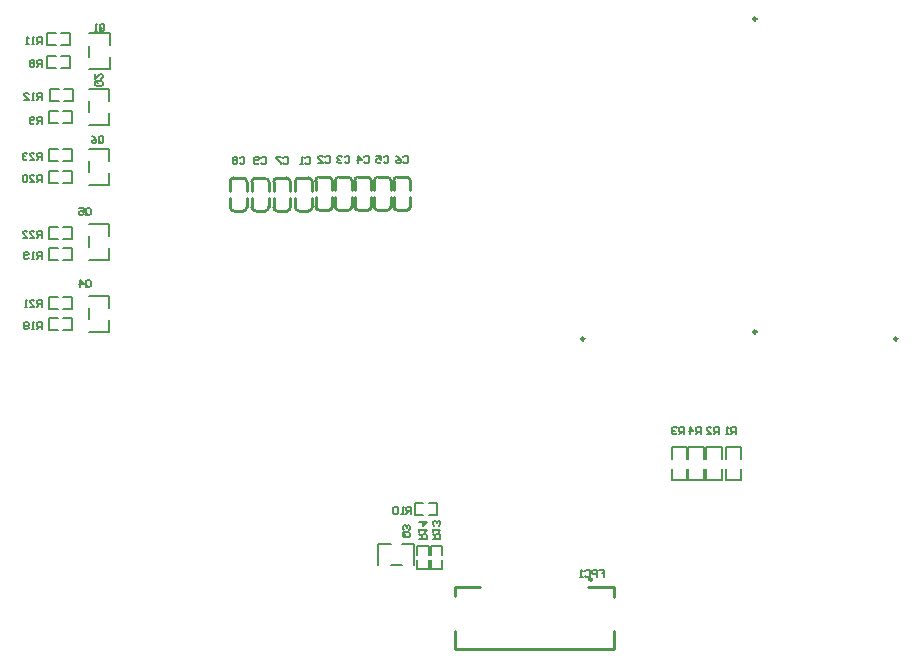
<source format=gbr>
%TF.GenerationSoftware,Altium Limited,Altium Designer,22.5.1 (42)*%
G04 Layer_Color=32896*
%FSLAX45Y45*%
%MOMM*%
%TF.SameCoordinates,ADDB7551-072C-4BAF-947E-D85C9ED3ECA7*%
%TF.FilePolarity,Positive*%
%TF.FileFunction,Legend,Bot*%
%TF.Part,Single*%
G01*
G75*
%TA.AperFunction,NonConductor*%
%ADD30C,0.25400*%
%ADD31C,0.15240*%
%ADD32C,0.12700*%
D30*
X6887300Y2538600D02*
G03*
X6887300Y2538600I-12700J0D01*
G01*
X5429300Y2480600D02*
G03*
X5429300Y2480600I-12700J0D01*
G01*
X8079300D02*
G03*
X8079300Y2480600I-12700J0D01*
G01*
X6887300Y5188600D02*
G03*
X6887300Y5188600I-12700J0D01*
G01*
X5495404Y444500D02*
G03*
X5495404Y444500I-12700J0D01*
G01*
D02*
G03*
X5495404Y444500I-12700J0D01*
G01*
X3265820Y3569398D02*
G03*
X3296803Y3600381I0J30983D01*
G01*
X3154837D02*
G03*
X3185823Y3569398I30983J0D01*
G01*
X3296221Y3817968D02*
G03*
X3265236Y3848951I-30983J0D01*
G01*
X3185239D02*
G03*
X3154256Y3817968I0J-30983D01*
G01*
X3845639Y3848951D02*
G03*
X3814656Y3817968I0J-30983D01*
G01*
X3956621D02*
G03*
X3925636Y3848951I-30983J0D01*
G01*
X3815237Y3600381D02*
G03*
X3846223Y3569398I30983J0D01*
G01*
X3926220D02*
G03*
X3957203Y3600381I0J30983D01*
G01*
X3680539Y3848951D02*
G03*
X3649556Y3817968I0J-30983D01*
G01*
X3791521D02*
G03*
X3760536Y3848951I-30983J0D01*
G01*
X3650137Y3600381D02*
G03*
X3681123Y3569398I30983J0D01*
G01*
X3761120D02*
G03*
X3792103Y3600381I0J30983D01*
G01*
X3515439Y3848951D02*
G03*
X3484456Y3817968I0J-30983D01*
G01*
X3626421D02*
G03*
X3595436Y3848951I-30983J0D01*
G01*
X3485037Y3600381D02*
G03*
X3516023Y3569398I30983J0D01*
G01*
X3596020D02*
G03*
X3627003Y3600381I0J30983D01*
G01*
X3350339Y3848951D02*
G03*
X3319356Y3817968I0J-30983D01*
G01*
X3461321D02*
G03*
X3430336Y3848951I-30983J0D01*
G01*
X3319937Y3600381D02*
G03*
X3350923Y3569398I30983J0D01*
G01*
X3430920D02*
G03*
X3461903Y3600381I0J30983D01*
G01*
X3094371Y3563188D02*
G03*
X3125354Y3594171I0J30983D01*
G01*
X2983388D02*
G03*
X3014374Y3563188I30983J0D01*
G01*
X3124772Y3811758D02*
G03*
X3093787Y3842741I-30983J0D01*
G01*
X3013790D02*
G03*
X2982807Y3811758I0J-30983D01*
G01*
X2910221Y3563188D02*
G03*
X2941204Y3594171I0J30983D01*
G01*
X2799238D02*
G03*
X2830224Y3563188I30983J0D01*
G01*
X2940623Y3811758D02*
G03*
X2909637Y3842741I-30983J0D01*
G01*
X2829640D02*
G03*
X2798657Y3811758I0J-30983D01*
G01*
X2726072Y3563188D02*
G03*
X2757054Y3594171I0J30983D01*
G01*
X2615089D02*
G03*
X2646074Y3563188I30983J0D01*
G01*
X2756473Y3811758D02*
G03*
X2725487Y3842741I-30983J0D01*
G01*
X2645490D02*
G03*
X2614507Y3811758I0J-30983D01*
G01*
X2461340Y3842741D02*
G03*
X2430357Y3811758I0J-30983D01*
G01*
X2572323D02*
G03*
X2541338Y3842741I-30983J0D01*
G01*
X2430939Y3594171D02*
G03*
X2461924Y3563188I30983J0D01*
G01*
X2541922D02*
G03*
X2572905Y3594171I0J30983D01*
G01*
X4333001Y302265D02*
Y381399D01*
X4547001D01*
X5676999Y-142598D02*
Y2532D01*
X4333001Y-142598D02*
X5676999D01*
X4333001D02*
Y6035D01*
X5463113Y381399D02*
X5676999D01*
Y298762D02*
Y381399D01*
X3296216Y3737963D02*
Y3817963D01*
X3185239Y3848946D02*
X3265236D01*
X3154256Y3737963D02*
Y3817963D01*
X3296803Y3600376D02*
Y3680374D01*
X3154837Y3600376D02*
Y3680374D01*
X3185823Y3569398D02*
X3265825D01*
X3846223D02*
X3926225D01*
X3815237Y3600376D02*
Y3680374D01*
X3957203Y3600376D02*
Y3680374D01*
X3814656Y3737963D02*
Y3817963D01*
X3845639Y3848946D02*
X3925636D01*
X3956616Y3737963D02*
Y3817963D01*
X3681123Y3569398D02*
X3761125D01*
X3650137Y3600376D02*
Y3680374D01*
X3792103Y3600376D02*
Y3680374D01*
X3649556Y3737963D02*
Y3817963D01*
X3680539Y3848946D02*
X3760536D01*
X3791516Y3737963D02*
Y3817963D01*
X3516023Y3569398D02*
X3596025D01*
X3485037Y3600376D02*
Y3680374D01*
X3627003Y3600376D02*
Y3680374D01*
X3484456Y3737963D02*
Y3817963D01*
X3515439Y3848946D02*
X3595436D01*
X3626416Y3737963D02*
Y3817963D01*
X3350923Y3569398D02*
X3430925D01*
X3319937Y3600376D02*
Y3680374D01*
X3461903Y3600376D02*
Y3680374D01*
X3319356Y3737963D02*
Y3817963D01*
X3350339Y3848946D02*
X3430336D01*
X3461316Y3737963D02*
Y3817963D01*
X3013784Y3842741D02*
X3093787D01*
X3124772Y3731765D02*
Y3811763D01*
X2982807Y3731765D02*
Y3811763D01*
X3125354Y3594176D02*
Y3674176D01*
X3014374Y3563193D02*
X3094371D01*
X2983393Y3594176D02*
Y3674176D01*
X2829635Y3842741D02*
X2909637D01*
X2940623Y3731765D02*
Y3811763D01*
X2798657Y3731765D02*
Y3811763D01*
X2941204Y3594176D02*
Y3674176D01*
X2830224Y3563193D02*
X2910221D01*
X2799244Y3594176D02*
Y3674176D01*
X2645485Y3842741D02*
X2725487D01*
X2756473Y3731765D02*
Y3811763D01*
X2614507Y3731765D02*
Y3811763D01*
X2757054Y3594176D02*
Y3674176D01*
X2646074Y3563193D02*
X2726072D01*
X2615094Y3594176D02*
Y3674176D01*
X2461924Y3563188D02*
X2541927D01*
X2430939Y3594166D02*
Y3674163D01*
X2572905Y3594166D02*
Y3674163D01*
X2430357Y3731753D02*
Y3811753D01*
X2461340Y3842736D02*
X2541338D01*
X2572318Y3731753D02*
Y3811753D01*
D31*
X6626840Y1465021D02*
Y1560909D01*
X6758960D01*
Y1465021D02*
Y1560909D01*
X6626840Y1283891D02*
Y1379779D01*
Y1283891D02*
X6758960D01*
Y1379779D01*
X6461740Y1465897D02*
Y1561785D01*
X6593860D01*
Y1465897D02*
Y1561785D01*
X6461740Y1284768D02*
Y1380655D01*
Y1284768D02*
X6593860D01*
Y1380655D01*
X6309340Y1465021D02*
Y1560909D01*
X6441460D01*
Y1465021D02*
Y1560909D01*
X6309340Y1283891D02*
Y1379779D01*
Y1283891D02*
X6441460D01*
Y1379779D01*
X6169640Y1465021D02*
Y1560909D01*
X6301760D01*
Y1465021D02*
Y1560909D01*
X6169640Y1283891D02*
Y1379779D01*
Y1283891D02*
X6301760D01*
Y1379779D01*
X1018403Y3988740D02*
X1090206D01*
Y4088460D01*
X1018403D02*
X1090206D01*
X901357Y3988740D02*
X973160D01*
X901357D02*
Y4088460D01*
X973160D01*
X1018403Y3328340D02*
X1090206D01*
Y3428060D01*
X1018403D02*
X1090206D01*
X901357Y3328340D02*
X973160D01*
X901357D02*
Y3428060D01*
X973160D01*
X1018403Y3798240D02*
X1090206D01*
Y3897960D01*
X1018403D02*
X1090206D01*
X901357Y3798240D02*
X973160D01*
X901357D02*
Y3897960D01*
X973160D01*
X1018403Y3150540D02*
X1090206D01*
Y3250260D01*
X1018403D02*
X1090206D01*
X901357Y3150540D02*
X973160D01*
X901357D02*
Y3250260D01*
X973160D01*
X1018403Y2553640D02*
X1090206D01*
Y2653360D01*
X1018403D02*
X1090206D01*
X901357Y2553640D02*
X973160D01*
X901357D02*
Y2653360D01*
X973160D01*
X1018403Y2731440D02*
X1090206D01*
Y2831160D01*
X1018403D02*
X1090206D01*
X901357Y2731440D02*
X973160D01*
X901357D02*
Y2831160D01*
X973160D01*
X1234930Y3891460D02*
Y3982540D01*
X1406670Y3784379D02*
Y3887541D01*
X1234930Y3784379D02*
X1406670D01*
Y3986459D02*
Y4089621D01*
X1234930D02*
X1406670D01*
X1234930Y3256460D02*
Y3347540D01*
X1406670Y3149379D02*
Y3252541D01*
X1234930Y3149379D02*
X1406670D01*
Y3351459D02*
Y3454621D01*
X1234930D02*
X1406670D01*
X1234930Y2646860D02*
Y2737940D01*
X1406670Y2539779D02*
Y2642941D01*
X1234930Y2539779D02*
X1406670D01*
Y2741859D02*
Y2845021D01*
X1234930D02*
X1406670D01*
X908876Y4596460D02*
X980679D01*
X908876Y4496740D02*
Y4596460D01*
Y4496740D02*
X980679D01*
X1025921Y4596460D02*
X1097724D01*
Y4496740D02*
Y4596460D01*
X1025921Y4496740D02*
X1097724D01*
X901357Y4405960D02*
X973160D01*
X901357Y4306240D02*
Y4405960D01*
Y4306240D02*
X973160D01*
X1018403Y4405960D02*
X1090206D01*
Y4306240D02*
Y4405960D01*
X1018403Y4306240D02*
X1090206D01*
X883475Y5066360D02*
X955279D01*
X883475Y4966640D02*
Y5066360D01*
Y4966640D02*
X955279D01*
X1000521Y5066360D02*
X1072325D01*
Y4966640D02*
Y5066360D01*
X1000521Y4966640D02*
X1072325D01*
X883475Y4875860D02*
X955279D01*
X883475Y4776140D02*
Y4875860D01*
Y4776140D02*
X955279D01*
X1000521Y4875860D02*
X1072325D01*
Y4776140D02*
Y4875860D01*
X1000521Y4776140D02*
X1072325D01*
X1240158Y5067521D02*
X1411897D01*
Y4964359D02*
Y5067521D01*
X1240158Y4762279D02*
X1411897D01*
Y4865441D01*
X1240158Y4869360D02*
Y4960440D01*
X1234930Y4597621D02*
X1406670D01*
Y4494459D02*
Y4597621D01*
X1234930Y4292379D02*
X1406670D01*
Y4395541D01*
X1234930Y4399460D02*
Y4490540D01*
X3994975Y1091260D02*
X4066779D01*
X3994975Y991540D02*
Y1091260D01*
Y991540D02*
X4066779D01*
X4112021Y1091260D02*
X4183825D01*
Y991540D02*
Y1091260D01*
X4112021Y991540D02*
X4183825D01*
X3686076Y567931D02*
Y739671D01*
X3789238D01*
X3991318Y567931D02*
Y739671D01*
X3888156D02*
X3991318D01*
X3793157Y567931D02*
X3884237D01*
X4113860Y652440D02*
Y724243D01*
X4014140D02*
X4113860D01*
X4014140Y652440D02*
Y724243D01*
X4113860Y535394D02*
Y607197D01*
X4014140Y535394D02*
X4113860D01*
X4014140D02*
Y607197D01*
X4228160Y652440D02*
Y724243D01*
X4128440D02*
X4228160D01*
X4128440Y652440D02*
Y724243D01*
X4228160Y535394D02*
Y607197D01*
X4128440Y535394D02*
X4228160D01*
X4128440D02*
Y607197D01*
D32*
X834456Y3995910D02*
Y4055890D01*
X804465D01*
X794469Y4045893D01*
Y4025900D01*
X804465Y4015903D01*
X834456D01*
X814462D02*
X794469Y3995910D01*
X734488D02*
X774475D01*
X734488Y4035897D01*
Y4045893D01*
X744485Y4055890D01*
X764478D01*
X774475Y4045893D01*
X714494D02*
X704498Y4055890D01*
X684504D01*
X674507Y4045893D01*
Y4035897D01*
X684504Y4025900D01*
X694501D01*
X684504D01*
X674507Y4015903D01*
Y4005906D01*
X684504Y3995910D01*
X704498D01*
X714494Y4005906D01*
X834456Y3335510D02*
Y3395490D01*
X804465D01*
X794469Y3385493D01*
Y3365500D01*
X804465Y3355503D01*
X834456D01*
X814462D02*
X794469Y3335510D01*
X734488D02*
X774475D01*
X734488Y3375497D01*
Y3385493D01*
X744485Y3395490D01*
X764478D01*
X774475Y3385493D01*
X674507Y3335510D02*
X714494D01*
X674507Y3375497D01*
Y3385493D01*
X684504Y3395490D01*
X704498D01*
X714494Y3385493D01*
X834456Y2751310D02*
Y2811290D01*
X804465D01*
X794469Y2801293D01*
Y2781300D01*
X804465Y2771303D01*
X834456D01*
X814462D02*
X794469Y2751310D01*
X734488D02*
X774475D01*
X734488Y2791297D01*
Y2801293D01*
X744485Y2811290D01*
X764478D01*
X774475Y2801293D01*
X714494Y2751310D02*
X694501D01*
X704498D01*
Y2811290D01*
X714494Y2801293D01*
X834456Y3805410D02*
Y3865390D01*
X804465D01*
X794469Y3855393D01*
Y3835400D01*
X804465Y3825403D01*
X834456D01*
X814462D02*
X794469Y3805410D01*
X734488D02*
X774475D01*
X734488Y3845397D01*
Y3855393D01*
X744485Y3865390D01*
X764478D01*
X774475Y3855393D01*
X714494D02*
X704498Y3865390D01*
X684504D01*
X674507Y3855393D01*
Y3815406D01*
X684504Y3805410D01*
X704498D01*
X714494Y3815406D01*
Y3855393D01*
X834456Y3157710D02*
Y3217690D01*
X804465D01*
X794469Y3207693D01*
Y3187700D01*
X804465Y3177703D01*
X834456D01*
X814462D02*
X794469Y3157710D01*
X774475D02*
X754481D01*
X764478D01*
Y3217690D01*
X774475Y3207693D01*
X724491Y3167706D02*
X714495Y3157710D01*
X694501D01*
X684504Y3167706D01*
Y3207693D01*
X694501Y3217690D01*
X714495D01*
X724491Y3207693D01*
Y3197697D01*
X714495Y3187700D01*
X684504D01*
X834456Y2560810D02*
Y2620790D01*
X804465D01*
X794469Y2610793D01*
Y2590800D01*
X804465Y2580803D01*
X834456D01*
X814462D02*
X794469Y2560810D01*
X774475D02*
X754481D01*
X764478D01*
Y2620790D01*
X774475Y2610793D01*
X724491D02*
X714495Y2620790D01*
X694501D01*
X684504Y2610793D01*
Y2600797D01*
X694501Y2590800D01*
X684504Y2580803D01*
Y2570806D01*
X694501Y2560810D01*
X714495D01*
X724491Y2570806D01*
Y2580803D01*
X714495Y2590800D01*
X724491Y2600797D01*
Y2610793D01*
X714495Y2590800D02*
X694501D01*
X1318097Y4145606D02*
Y4185593D01*
X1328093Y4195590D01*
X1348087D01*
X1358084Y4185593D01*
Y4145606D01*
X1348087Y4135610D01*
X1328093D01*
X1338090Y4155603D02*
X1318097Y4135610D01*
X1328093D02*
X1318097Y4145606D01*
X1258116Y4195590D02*
X1278109Y4185593D01*
X1298103Y4165600D01*
Y4145606D01*
X1288106Y4135610D01*
X1268113D01*
X1258116Y4145606D01*
Y4155603D01*
X1268113Y4165600D01*
X1298103D01*
X1209693Y3535517D02*
Y3575504D01*
X1219690Y3585501D01*
X1239683D01*
X1249680Y3575504D01*
Y3535517D01*
X1239683Y3525520D01*
X1219690D01*
X1229686Y3545514D02*
X1209693Y3525520D01*
X1219690D02*
X1209693Y3535517D01*
X1149712Y3585501D02*
X1189699D01*
Y3555510D01*
X1169706Y3565507D01*
X1159709D01*
X1149712Y3555510D01*
Y3535517D01*
X1159709Y3525520D01*
X1179703D01*
X1189699Y3535517D01*
X1209693Y2925917D02*
Y2965904D01*
X1219690Y2975901D01*
X1239683D01*
X1249680Y2965904D01*
Y2925917D01*
X1239683Y2915920D01*
X1219690D01*
X1229686Y2935914D02*
X1209693Y2915920D01*
X1219690D02*
X1209693Y2925917D01*
X1159709Y2915920D02*
Y2975901D01*
X1189699Y2945910D01*
X1149712D01*
X4034010Y788624D02*
X4093991D01*
Y818615D01*
X4083994Y828611D01*
X4064000D01*
X4054004Y818615D01*
Y788624D01*
Y808618D02*
X4034010Y828611D01*
Y848605D02*
Y868598D01*
Y858602D01*
X4093991D01*
X4083994Y848605D01*
X4034010Y928579D02*
X4093991D01*
X4064000Y898588D01*
Y938575D01*
X4148310Y788624D02*
X4208291D01*
Y818615D01*
X4198294Y828611D01*
X4178300D01*
X4168304Y818615D01*
Y788624D01*
Y808618D02*
X4148310Y828611D01*
Y848605D02*
Y868598D01*
Y858602D01*
X4208291D01*
X4198294Y848605D01*
Y898588D02*
X4208291Y908585D01*
Y928579D01*
X4198294Y938575D01*
X4188297D01*
X4178300Y928579D01*
Y918582D01*
Y928579D01*
X4168304Y938575D01*
X4158307D01*
X4148310Y928579D01*
Y908585D01*
X4158307Y898588D01*
X834456Y4503910D02*
Y4563890D01*
X804465D01*
X794469Y4553893D01*
Y4533900D01*
X804465Y4523903D01*
X834456D01*
X814462D02*
X794469Y4503910D01*
X774475D02*
X754481D01*
X764478D01*
Y4563890D01*
X774475Y4553893D01*
X684504Y4503910D02*
X724491D01*
X684504Y4543897D01*
Y4553893D01*
X694501Y4563890D01*
X714495D01*
X724491Y4553893D01*
X834456Y4973810D02*
Y5033790D01*
X804465D01*
X794469Y5023793D01*
Y5003800D01*
X804465Y4993803D01*
X834456D01*
X814462D02*
X794469Y4973810D01*
X774475D02*
X754481D01*
X764478D01*
Y5033790D01*
X774475Y5023793D01*
X724491Y4973810D02*
X704498D01*
X714495D01*
Y5033790D01*
X724491Y5023793D01*
X3961175Y998710D02*
Y1058690D01*
X3931185D01*
X3921188Y1048693D01*
Y1028700D01*
X3931185Y1018703D01*
X3961175D01*
X3941182D02*
X3921188Y998710D01*
X3901195D02*
X3881201D01*
X3891198D01*
Y1058690D01*
X3901195Y1048693D01*
X3851211D02*
X3841215Y1058690D01*
X3821221D01*
X3811224Y1048693D01*
Y1008706D01*
X3821221Y998710D01*
X3841215D01*
X3851211Y1008706D01*
Y1048693D01*
X834456Y4300710D02*
Y4360690D01*
X804465D01*
X794469Y4350693D01*
Y4330700D01*
X804465Y4320703D01*
X834456D01*
X814462D02*
X794469Y4300710D01*
X774475Y4310706D02*
X764478Y4300710D01*
X744485D01*
X734488Y4310706D01*
Y4350693D01*
X744485Y4360690D01*
X764478D01*
X774475Y4350693D01*
Y4340697D01*
X764478Y4330700D01*
X734488D01*
X834456Y4783310D02*
Y4843290D01*
X804465D01*
X794469Y4833293D01*
Y4813300D01*
X804465Y4803303D01*
X834456D01*
X814462D02*
X794469Y4783310D01*
X774475Y4833293D02*
X764478Y4843290D01*
X744485D01*
X734488Y4833293D01*
Y4823297D01*
X744485Y4813300D01*
X734488Y4803303D01*
Y4793306D01*
X744485Y4783310D01*
X764478D01*
X774475Y4793306D01*
Y4803303D01*
X764478Y4813300D01*
X774475Y4823297D01*
Y4833293D01*
X764478Y4813300D02*
X744485D01*
X3904307Y840903D02*
X3944294D01*
X3954291Y830906D01*
Y810913D01*
X3944294Y800916D01*
X3904307D01*
X3894310Y810913D01*
Y830906D01*
X3914304Y820910D02*
X3894310Y840903D01*
Y830906D02*
X3904307Y840903D01*
X3944294Y860897D02*
X3954291Y870893D01*
Y890887D01*
X3944294Y900884D01*
X3934297D01*
X3924300Y890887D01*
Y880890D01*
Y890887D01*
X3914304Y900884D01*
X3904307D01*
X3894310Y890887D01*
Y870893D01*
X3904307Y860897D01*
X1300806Y4663603D02*
X1340793D01*
X1350790Y4653607D01*
Y4633613D01*
X1340793Y4623616D01*
X1300806D01*
X1290810Y4633613D01*
Y4653607D01*
X1310803Y4643610D02*
X1290810Y4663603D01*
Y4653607D02*
X1300806Y4663603D01*
X1290810Y4723584D02*
Y4683597D01*
X1330797Y4723584D01*
X1340793D01*
X1350790Y4713587D01*
Y4693594D01*
X1340793Y4683597D01*
X1326027Y5098106D02*
Y5138093D01*
X1336024Y5148090D01*
X1356018D01*
X1366014Y5138093D01*
Y5098106D01*
X1356018Y5088110D01*
X1336024D01*
X1346021Y5108103D02*
X1326027Y5088110D01*
X1336024D02*
X1326027Y5098106D01*
X1306034Y5088110D02*
X1286040D01*
X1296037D01*
Y5148090D01*
X1306034Y5138093D01*
X6413500Y1671320D02*
Y1731301D01*
X6383510D01*
X6373513Y1721304D01*
Y1701310D01*
X6383510Y1691314D01*
X6413500D01*
X6393506D02*
X6373513Y1671320D01*
X6323529D02*
Y1731301D01*
X6353519Y1701310D01*
X6313532D01*
X6273800Y1671320D02*
Y1731301D01*
X6243810D01*
X6233813Y1721304D01*
Y1701310D01*
X6243810Y1691314D01*
X6273800D01*
X6253806D02*
X6233813Y1671320D01*
X6213819Y1721304D02*
X6203823Y1731301D01*
X6183829D01*
X6173832Y1721304D01*
Y1711307D01*
X6183829Y1701310D01*
X6193826D01*
X6183829D01*
X6173832Y1691314D01*
Y1681317D01*
X6183829Y1671320D01*
X6203823D01*
X6213819Y1681317D01*
X6565900Y1671320D02*
Y1731301D01*
X6535910D01*
X6525913Y1721304D01*
Y1701310D01*
X6535910Y1691314D01*
X6565900D01*
X6545906D02*
X6525913Y1671320D01*
X6465932D02*
X6505919D01*
X6465932Y1711307D01*
Y1721304D01*
X6475929Y1731301D01*
X6495923D01*
X6505919Y1721304D01*
X6710680Y1671320D02*
Y1731301D01*
X6680690D01*
X6670693Y1721304D01*
Y1701310D01*
X6680690Y1691314D01*
X6710680D01*
X6690686D02*
X6670693Y1671320D01*
X6650699D02*
X6630706D01*
X6640703D01*
Y1731301D01*
X6650699Y1721304D01*
X5555280Y525290D02*
X5595267D01*
Y495300D01*
X5575274D01*
X5595267D01*
Y465310D01*
X5535287D02*
Y525290D01*
X5505297D01*
X5495300Y515293D01*
Y495300D01*
X5505297Y485303D01*
X5535287D01*
X5435319Y515293D02*
X5445316Y525290D01*
X5465310D01*
X5475306Y515293D01*
Y475306D01*
X5465310Y465310D01*
X5445316D01*
X5435319Y475306D01*
X5415326Y465310D02*
X5395332D01*
X5405329D01*
Y525290D01*
X5415326Y515293D01*
X2694882Y4012302D02*
X2704879Y4022299D01*
X2724872D01*
X2734869Y4012302D01*
Y3972315D01*
X2724872Y3962318D01*
X2704879D01*
X2694882Y3972315D01*
X2674888D02*
X2664892Y3962318D01*
X2644898D01*
X2634902Y3972315D01*
Y4012302D01*
X2644898Y4022299D01*
X2664892D01*
X2674888Y4012302D01*
Y4002305D01*
X2664892Y3992309D01*
X2634902D01*
X2512002Y4012302D02*
X2521999Y4022299D01*
X2541992D01*
X2551989Y4012302D01*
Y3972315D01*
X2541992Y3962318D01*
X2521999D01*
X2512002Y3972315D01*
X2492008Y4012302D02*
X2482012Y4022299D01*
X2462018D01*
X2452022Y4012302D01*
Y4002305D01*
X2462018Y3992309D01*
X2452022Y3982312D01*
Y3972315D01*
X2462018Y3962318D01*
X2482012D01*
X2492008Y3972315D01*
Y3982312D01*
X2482012Y3992309D01*
X2492008Y4002305D01*
Y4012302D01*
X2482012Y3992309D02*
X2462018D01*
X2879762Y4011591D02*
X2889759Y4021588D01*
X2909752D01*
X2919749Y4011591D01*
Y3971604D01*
X2909752Y3961607D01*
X2889759D01*
X2879762Y3971604D01*
X2859768Y4021588D02*
X2819782D01*
Y4011591D01*
X2859768Y3971604D01*
Y3961607D01*
X3896303Y4018512D02*
X3906299Y4028509D01*
X3926293D01*
X3936290Y4018512D01*
Y3978525D01*
X3926293Y3968529D01*
X3906299D01*
X3896303Y3978525D01*
X3836322Y4028509D02*
X3856315Y4018512D01*
X3876309Y3998519D01*
Y3978525D01*
X3866312Y3968529D01*
X3846319D01*
X3836322Y3978525D01*
Y3988522D01*
X3846319Y3998519D01*
X3876309D01*
X3729932Y4018512D02*
X3739929Y4028509D01*
X3759923D01*
X3769919Y4018512D01*
Y3978525D01*
X3759923Y3968529D01*
X3739929D01*
X3729932Y3978525D01*
X3669952Y4028509D02*
X3709939D01*
Y3998519D01*
X3689945Y4008516D01*
X3679948D01*
X3669952Y3998519D01*
Y3978525D01*
X3679948Y3968529D01*
X3699942D01*
X3709939Y3978525D01*
X3566102Y4018512D02*
X3576099Y4028509D01*
X3596092D01*
X3606089Y4018512D01*
Y3978525D01*
X3596092Y3968529D01*
X3576099D01*
X3566102Y3978525D01*
X3516118Y3968529D02*
Y4028509D01*
X3546108Y3998519D01*
X3506122D01*
X3399732Y4018512D02*
X3409729Y4028509D01*
X3429722D01*
X3439719Y4018512D01*
Y3978525D01*
X3429722Y3968529D01*
X3409729D01*
X3399732Y3978525D01*
X3379738Y4018512D02*
X3369742Y4028509D01*
X3349748D01*
X3339751Y4018512D01*
Y4008516D01*
X3349748Y3998519D01*
X3359745D01*
X3349748D01*
X3339751Y3988522D01*
Y3978525D01*
X3349748Y3968529D01*
X3369742D01*
X3379738Y3978525D01*
X3235902Y4018512D02*
X3245898Y4028509D01*
X3265892D01*
X3275889Y4018512D01*
Y3978525D01*
X3265892Y3968529D01*
X3245898D01*
X3235902Y3978525D01*
X3175921Y3968529D02*
X3215908D01*
X3175921Y4008516D01*
Y4018512D01*
X3185918Y4028509D01*
X3205911D01*
X3215908Y4018512D01*
X3065578Y4011591D02*
X3075575Y4021588D01*
X3095568D01*
X3105565Y4011591D01*
Y3971604D01*
X3095568Y3961607D01*
X3075575D01*
X3065578Y3971604D01*
X3045584Y3961607D02*
X3025591D01*
X3035588D01*
Y4021588D01*
X3045584Y4011591D01*
%TF.MD5,4a1f1255d5928919b14ecb315899c37e*%
M02*

</source>
